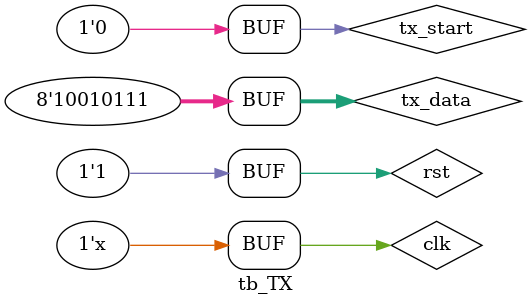
<source format=v>
`define NBITS 8

module tb_TX
#(
    parameter NBITS = `NBITS
)
();

    reg clk;
    reg rst;
    wire baud_rate;

    reg tx_start;
    reg [NBITS - 1 : 0] tx_data;
    wire tx_done;
    wire tx;
    wire rx_done;
    wire [NBITS - 1 : 0] rx_data;


    initial begin
        clk = 1;
        rst = 0;
        tx_start = 0;
        tx_data = 0;
        #100
        rst = 1;
        #100
        tx_data = 151;
        tx_start = 1;
        #20;
        tx_start = 0;
    end

    always #10 clk = ~clk;
    
    BaudRateGenerator brg_u(
        .clk(clk),
        .rst(rst),
        .out(baud_rate)
    );

    TX tx_u(
        .clk(clk),
        .rst(rst),
        .i_baud_rate(baud_rate),
        .i_tx_start(tx_start),
        .i_data(tx_data),
        .o_tx_done(tx_done),
        .o_tx(tx)
    );

    RX rx_u(
        .clk(clk),
        .rst(rst),
        .i_baud_rate(baud_rate),
        .i_rx(tx),
        .o_rx_done(rx_done),
        .o_data(rx_data)
    );


endmodule


</source>
